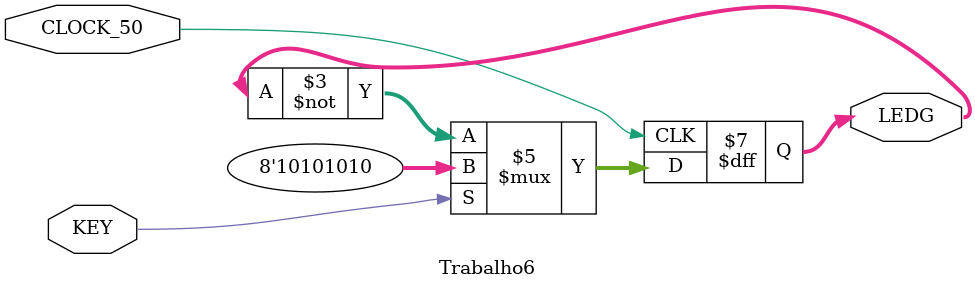
<source format=v>
module Trabalho6(
	input [0:0] KEY,
	input CLOCK_50,
	output reg [7:0] LEDG
);
always @(posedge CLOCK_50)begin

	if(KEY [0]==1)begin
		LEDG <= 8'hAA;
		
	end else begin 
		LEDG <= ~LEDG;
	end
	
end
	
	
endmodule

</source>
